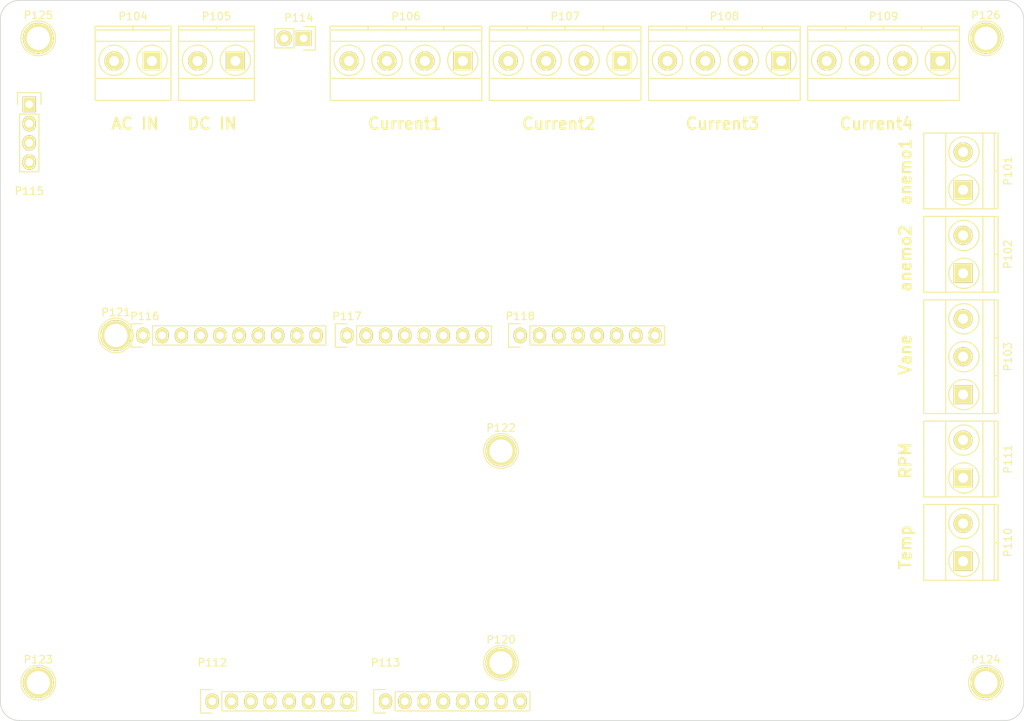
<source format=kicad_pcb>
(kicad_pcb (version 4) (host pcbnew 4.0.2+dfsg1-2~bpo8+1-stable)

  (general
    (links 21)
    (no_connects 21)
    (area 78.322539 41.617459 213.422541 136.717461)
    (thickness 1.6)
    (drawings 19)
    (tracks 0)
    (zones 0)
    (modules 25)
    (nets 27)
  )

  (page A4)
  (title_block
    (title "Windlogger Shield PCB")
    (date 2016-10-16)
    (rev A)
    (company ALEEA)
    (comment 1 "LONGUET Gilles")
    (comment 2 AGPLv3)
  )

  (layers
    (0 F.Cu signal)
    (31 B.Cu signal)
    (32 B.Adhes user)
    (33 F.Adhes user)
    (34 B.Paste user)
    (35 F.Paste user)
    (36 B.SilkS user)
    (37 F.SilkS user)
    (38 B.Mask user)
    (39 F.Mask user)
    (40 Dwgs.User user)
    (41 Cmts.User user)
    (42 Eco1.User user)
    (43 Eco2.User user)
    (44 Edge.Cuts user)
    (45 Margin user)
    (46 B.CrtYd user)
    (47 F.CrtYd user)
    (48 B.Fab user)
    (49 F.Fab user)
  )

  (setup
    (last_trace_width 0.25)
    (trace_clearance 0.2)
    (zone_clearance 0.508)
    (zone_45_only no)
    (trace_min 0.2)
    (segment_width 0.2)
    (edge_width 0.1)
    (via_size 0.6)
    (via_drill 0.4)
    (via_min_size 0.4)
    (via_min_drill 0.3)
    (uvia_size 0.3)
    (uvia_drill 0.1)
    (uvias_allowed no)
    (uvia_min_size 0.2)
    (uvia_min_drill 0.1)
    (pcb_text_width 0.3)
    (pcb_text_size 1.5 1.5)
    (mod_edge_width 0.15)
    (mod_text_size 1 1)
    (mod_text_width 0.15)
    (pad_size 2 1.4)
    (pad_drill 0.6)
    (pad_to_mask_clearance 0)
    (aux_axis_origin 78.37254 136.66746)
    (grid_origin 78.37254 136.66746)
    (visible_elements FFFEF77F)
    (pcbplotparams
      (layerselection 0x00030_80000001)
      (usegerberextensions false)
      (excludeedgelayer true)
      (linewidth 0.100000)
      (plotframeref false)
      (viasonmask false)
      (mode 1)
      (useauxorigin false)
      (hpglpennumber 1)
      (hpglpenspeed 20)
      (hpglpendiameter 15)
      (hpglpenoverlay 2)
      (psnegative false)
      (psa4output false)
      (plotreference true)
      (plotvalue true)
      (plotinvisibletext false)
      (padsonsilk false)
      (subtractmaskfromsilk false)
      (outputformat 1)
      (mirror false)
      (drillshape 1)
      (scaleselection 1)
      (outputdirectory ""))
  )

  (net 0 "")
  (net 1 +5V)
  (net 2 GND)
  (net 3 /F3_Voltage_sensors/UAC_lo)
  (net 4 /F4_Current_sensors/I1_lo)
  (net 5 /F4_Current_sensors/I2_lo)
  (net 6 /F4_Current_sensors/I4_lo)
  (net 7 /F4_Current_sensors/I3_lo)
  (net 8 /F4_Current_sensors/I1_hi)
  (net 9 /F4_Current_sensors/I2_hi)
  (net 10 /F4_Current_sensors/I4_hi)
  (net 11 /F4_Current_sensors/I3_hi)
  (net 12 "/F1 Anemometers/Wind1")
  (net 13 "/F1 Anemometers/Wind2")
  (net 14 "/F5 Temperature/temp_hi")
  (net 15 "/F5 Temperature/temp_lo")
  (net 16 "/F2 windvane/vane_v+")
  (net 17 "/F2 windvane/vane_sig")
  (net 18 "/F2 windvane/vane_v-")
  (net 19 /F3_Voltage_sensors/UAC_hi)
  (net 20 /F3_Voltage_sensors/Ubat)
  (net 21 /RPM)
  (net 22 "/F2 windvane/Udir")
  (net 23 "/F5 Temperature/Utemp")
  (net 24 /F3_Voltage_sensors/UDC)
  (net 25 "/F1 Anemometers/Speed2")
  (net 26 "/F1 Anemometers/Speed1")

  (net_class Default "This is the default net class."
    (clearance 0.2)
    (trace_width 0.25)
    (via_dia 0.6)
    (via_drill 0.4)
    (uvia_dia 0.3)
    (uvia_drill 0.1)
    (add_net +5V)
    (add_net "/F1 Anemometers/Speed1")
    (add_net "/F1 Anemometers/Speed2")
    (add_net "/F1 Anemometers/Wind1")
    (add_net "/F1 Anemometers/Wind2")
    (add_net "/F2 windvane/Udir")
    (add_net "/F2 windvane/vane_sig")
    (add_net "/F2 windvane/vane_v+")
    (add_net "/F2 windvane/vane_v-")
    (add_net /F3_Voltage_sensors/UAC_hi)
    (add_net /F3_Voltage_sensors/UAC_lo)
    (add_net /F3_Voltage_sensors/UDC)
    (add_net /F3_Voltage_sensors/Ubat)
    (add_net /F4_Current_sensors/I1_hi)
    (add_net /F4_Current_sensors/I1_lo)
    (add_net /F4_Current_sensors/I2_hi)
    (add_net /F4_Current_sensors/I2_lo)
    (add_net /F4_Current_sensors/I3_hi)
    (add_net /F4_Current_sensors/I3_lo)
    (add_net /F4_Current_sensors/I4_hi)
    (add_net /F4_Current_sensors/I4_lo)
    (add_net "/F5 Temperature/Utemp")
    (add_net "/F5 Temperature/temp_hi")
    (add_net "/F5 Temperature/temp_lo")
    (add_net /RPM)
    (add_net GND)
  )

  (module Terminal_Blocks:TerminalBlock_Pheonix_MKDS1.5-2pol (layer F.Cu) (tedit 563007E4) (tstamp 5803775C)
    (at 205.37254 66.66746 90)
    (descr "2-way 5mm pitch terminal block, Phoenix MKDS series")
    (path /580078B6)
    (fp_text reference P101 (at 2.5 5.9 90) (layer F.SilkS)
      (effects (font (size 1 1) (thickness 0.15)))
    )
    (fp_text value anemo1 (at 2.5 -6.6 90) (layer F.Fab)
      (effects (font (size 1 1) (thickness 0.15)))
    )
    (fp_line (start -2.7 -5.4) (end 7.7 -5.4) (layer F.CrtYd) (width 0.05))
    (fp_line (start -2.7 4.8) (end -2.7 -5.4) (layer F.CrtYd) (width 0.05))
    (fp_line (start 7.7 4.8) (end -2.7 4.8) (layer F.CrtYd) (width 0.05))
    (fp_line (start 7.7 -5.4) (end 7.7 4.8) (layer F.CrtYd) (width 0.05))
    (fp_line (start 2.5 4.1) (end 2.5 4.6) (layer F.SilkS) (width 0.15))
    (fp_circle (center 5 0.1) (end 3 0.1) (layer F.SilkS) (width 0.15))
    (fp_circle (center 0 0.1) (end 2 0.1) (layer F.SilkS) (width 0.15))
    (fp_line (start -2.5 2.6) (end 7.5 2.6) (layer F.SilkS) (width 0.15))
    (fp_line (start -2.5 -2.3) (end 7.5 -2.3) (layer F.SilkS) (width 0.15))
    (fp_line (start -2.5 4.1) (end 7.5 4.1) (layer F.SilkS) (width 0.15))
    (fp_line (start -2.5 4.6) (end 7.5 4.6) (layer F.SilkS) (width 0.15))
    (fp_line (start 7.5 4.6) (end 7.5 -5.2) (layer F.SilkS) (width 0.15))
    (fp_line (start 7.5 -5.2) (end -2.5 -5.2) (layer F.SilkS) (width 0.15))
    (fp_line (start -2.5 -5.2) (end -2.5 4.6) (layer F.SilkS) (width 0.15))
    (pad 1 thru_hole rect (at 0 0 90) (size 2.5 2.5) (drill 1.3) (layers *.Cu *.Mask F.SilkS)
      (net 2 GND))
    (pad 2 thru_hole circle (at 5 0 90) (size 2.5 2.5) (drill 1.3) (layers *.Cu *.Mask F.SilkS)
      (net 12 "/F1 Anemometers/Wind1"))
    (model Terminal_Blocks.3dshapes/TerminalBlock_Pheonix_MKDS1.5-2pol.wrl
      (at (xyz 0.0984 0 0))
      (scale (xyz 1 1 1))
      (rotate (xyz 0 0 0))
    )
  )

  (module Terminal_Blocks:TerminalBlock_Pheonix_MKDS1.5-2pol (layer F.Cu) (tedit 563007E4) (tstamp 58037762)
    (at 205.37254 77.66746 90)
    (descr "2-way 5mm pitch terminal block, Phoenix MKDS series")
    (path /58007F6A)
    (fp_text reference P102 (at 2.5 5.9 90) (layer F.SilkS)
      (effects (font (size 1 1) (thickness 0.15)))
    )
    (fp_text value anemo2 (at 2.5 -6.6 90) (layer F.Fab)
      (effects (font (size 1 1) (thickness 0.15)))
    )
    (fp_line (start -2.7 -5.4) (end 7.7 -5.4) (layer F.CrtYd) (width 0.05))
    (fp_line (start -2.7 4.8) (end -2.7 -5.4) (layer F.CrtYd) (width 0.05))
    (fp_line (start 7.7 4.8) (end -2.7 4.8) (layer F.CrtYd) (width 0.05))
    (fp_line (start 7.7 -5.4) (end 7.7 4.8) (layer F.CrtYd) (width 0.05))
    (fp_line (start 2.5 4.1) (end 2.5 4.6) (layer F.SilkS) (width 0.15))
    (fp_circle (center 5 0.1) (end 3 0.1) (layer F.SilkS) (width 0.15))
    (fp_circle (center 0 0.1) (end 2 0.1) (layer F.SilkS) (width 0.15))
    (fp_line (start -2.5 2.6) (end 7.5 2.6) (layer F.SilkS) (width 0.15))
    (fp_line (start -2.5 -2.3) (end 7.5 -2.3) (layer F.SilkS) (width 0.15))
    (fp_line (start -2.5 4.1) (end 7.5 4.1) (layer F.SilkS) (width 0.15))
    (fp_line (start -2.5 4.6) (end 7.5 4.6) (layer F.SilkS) (width 0.15))
    (fp_line (start 7.5 4.6) (end 7.5 -5.2) (layer F.SilkS) (width 0.15))
    (fp_line (start 7.5 -5.2) (end -2.5 -5.2) (layer F.SilkS) (width 0.15))
    (fp_line (start -2.5 -5.2) (end -2.5 4.6) (layer F.SilkS) (width 0.15))
    (pad 1 thru_hole rect (at 0 0 90) (size 2.5 2.5) (drill 1.3) (layers *.Cu *.Mask F.SilkS)
      (net 2 GND))
    (pad 2 thru_hole circle (at 5 0 90) (size 2.5 2.5) (drill 1.3) (layers *.Cu *.Mask F.SilkS)
      (net 13 "/F1 Anemometers/Wind2"))
    (model Terminal_Blocks.3dshapes/TerminalBlock_Pheonix_MKDS1.5-2pol.wrl
      (at (xyz 0.0984 0 0))
      (scale (xyz 1 1 1))
      (rotate (xyz 0 0 0))
    )
  )

  (module Terminal_Blocks:TerminalBlock_Pheonix_MKDS1.5-3pol (layer F.Cu) (tedit 5630081E) (tstamp 58037769)
    (at 205.37254 93.66746 90)
    (descr "3-way 5mm pitch terminal block, Phoenix MKDS series")
    (path /5800924D)
    (fp_text reference P103 (at 5 5.9 90) (layer F.SilkS)
      (effects (font (size 1 1) (thickness 0.15)))
    )
    (fp_text value vane (at 5 -6.6 90) (layer F.Fab)
      (effects (font (size 1 1) (thickness 0.15)))
    )
    (fp_line (start -2.7 4.8) (end -2.7 -5.4) (layer F.CrtYd) (width 0.05))
    (fp_line (start 12.7 4.8) (end -2.7 4.8) (layer F.CrtYd) (width 0.05))
    (fp_line (start 12.7 -5.4) (end 12.7 4.8) (layer F.CrtYd) (width 0.05))
    (fp_line (start -2.7 -5.4) (end 12.7 -5.4) (layer F.CrtYd) (width 0.05))
    (fp_circle (center 10 0.1) (end 8 0.1) (layer F.SilkS) (width 0.15))
    (fp_line (start 7.5 4.1) (end 7.5 4.6) (layer F.SilkS) (width 0.15))
    (fp_line (start 2.5 4.1) (end 2.5 4.6) (layer F.SilkS) (width 0.15))
    (fp_circle (center 5 0.1) (end 3 0.1) (layer F.SilkS) (width 0.15))
    (fp_circle (center 0 0.1) (end 2 0.1) (layer F.SilkS) (width 0.15))
    (fp_line (start -2.5 2.6) (end 12.5 2.6) (layer F.SilkS) (width 0.15))
    (fp_line (start -2.5 -2.3) (end 12.5 -2.3) (layer F.SilkS) (width 0.15))
    (fp_line (start -2.5 4.1) (end 12.5 4.1) (layer F.SilkS) (width 0.15))
    (fp_line (start -2.5 4.6) (end 12.5 4.6) (layer F.SilkS) (width 0.15))
    (fp_line (start 12.5 4.6) (end 12.5 -5.2) (layer F.SilkS) (width 0.15))
    (fp_line (start 12.5 -5.2) (end -2.5 -5.2) (layer F.SilkS) (width 0.15))
    (fp_line (start -2.5 -5.2) (end -2.5 4.6) (layer F.SilkS) (width 0.15))
    (pad 3 thru_hole circle (at 10 0 90) (size 2.5 2.5) (drill 1.3) (layers *.Cu *.Mask F.SilkS)
      (net 16 "/F2 windvane/vane_v+"))
    (pad 1 thru_hole rect (at 0 0 90) (size 2.5 2.5) (drill 1.3) (layers *.Cu *.Mask F.SilkS)
      (net 17 "/F2 windvane/vane_sig"))
    (pad 2 thru_hole circle (at 5 0 90) (size 2.5 2.5) (drill 1.3) (layers *.Cu *.Mask F.SilkS)
      (net 18 "/F2 windvane/vane_v-"))
    (model Terminal_Blocks.3dshapes/TerminalBlock_Pheonix_MKDS1.5-3pol.wrl
      (at (xyz 0.1968 0 0))
      (scale (xyz 1 1 1))
      (rotate (xyz 0 0 0))
    )
  )

  (module Terminal_Blocks:TerminalBlock_Pheonix_MKDS1.5-2pol (layer F.Cu) (tedit 563007E4) (tstamp 5803776F)
    (at 98.37254 49.66746 180)
    (descr "2-way 5mm pitch terminal block, Phoenix MKDS series")
    (path /5800A29C)
    (fp_text reference P104 (at 2.5 5.9 180) (layer F.SilkS)
      (effects (font (size 1 1) (thickness 0.15)))
    )
    (fp_text value AC_in (at 2.5 -6.6 180) (layer F.Fab)
      (effects (font (size 1 1) (thickness 0.15)))
    )
    (fp_line (start -2.7 -5.4) (end 7.7 -5.4) (layer F.CrtYd) (width 0.05))
    (fp_line (start -2.7 4.8) (end -2.7 -5.4) (layer F.CrtYd) (width 0.05))
    (fp_line (start 7.7 4.8) (end -2.7 4.8) (layer F.CrtYd) (width 0.05))
    (fp_line (start 7.7 -5.4) (end 7.7 4.8) (layer F.CrtYd) (width 0.05))
    (fp_line (start 2.5 4.1) (end 2.5 4.6) (layer F.SilkS) (width 0.15))
    (fp_circle (center 5 0.1) (end 3 0.1) (layer F.SilkS) (width 0.15))
    (fp_circle (center 0 0.1) (end 2 0.1) (layer F.SilkS) (width 0.15))
    (fp_line (start -2.5 2.6) (end 7.5 2.6) (layer F.SilkS) (width 0.15))
    (fp_line (start -2.5 -2.3) (end 7.5 -2.3) (layer F.SilkS) (width 0.15))
    (fp_line (start -2.5 4.1) (end 7.5 4.1) (layer F.SilkS) (width 0.15))
    (fp_line (start -2.5 4.6) (end 7.5 4.6) (layer F.SilkS) (width 0.15))
    (fp_line (start 7.5 4.6) (end 7.5 -5.2) (layer F.SilkS) (width 0.15))
    (fp_line (start 7.5 -5.2) (end -2.5 -5.2) (layer F.SilkS) (width 0.15))
    (fp_line (start -2.5 -5.2) (end -2.5 4.6) (layer F.SilkS) (width 0.15))
    (pad 1 thru_hole rect (at 0 0 180) (size 2.5 2.5) (drill 1.3) (layers *.Cu *.Mask F.SilkS)
      (net 3 /F3_Voltage_sensors/UAC_lo))
    (pad 2 thru_hole circle (at 5 0 180) (size 2.5 2.5) (drill 1.3) (layers *.Cu *.Mask F.SilkS)
      (net 19 /F3_Voltage_sensors/UAC_hi))
    (model Terminal_Blocks.3dshapes/TerminalBlock_Pheonix_MKDS1.5-2pol.wrl
      (at (xyz 0.0984 0 0))
      (scale (xyz 1 1 1))
      (rotate (xyz 0 0 0))
    )
  )

  (module Terminal_Blocks:TerminalBlock_Pheonix_MKDS1.5-2pol (layer F.Cu) (tedit 563007E4) (tstamp 58037775)
    (at 109.37254 49.66746 180)
    (descr "2-way 5mm pitch terminal block, Phoenix MKDS series")
    (path /5800A389)
    (fp_text reference P105 (at 2.5 5.9 180) (layer F.SilkS)
      (effects (font (size 1 1) (thickness 0.15)))
    )
    (fp_text value DC_in (at 2.5 -6.6 180) (layer F.Fab)
      (effects (font (size 1 1) (thickness 0.15)))
    )
    (fp_line (start -2.7 -5.4) (end 7.7 -5.4) (layer F.CrtYd) (width 0.05))
    (fp_line (start -2.7 4.8) (end -2.7 -5.4) (layer F.CrtYd) (width 0.05))
    (fp_line (start 7.7 4.8) (end -2.7 4.8) (layer F.CrtYd) (width 0.05))
    (fp_line (start 7.7 -5.4) (end 7.7 4.8) (layer F.CrtYd) (width 0.05))
    (fp_line (start 2.5 4.1) (end 2.5 4.6) (layer F.SilkS) (width 0.15))
    (fp_circle (center 5 0.1) (end 3 0.1) (layer F.SilkS) (width 0.15))
    (fp_circle (center 0 0.1) (end 2 0.1) (layer F.SilkS) (width 0.15))
    (fp_line (start -2.5 2.6) (end 7.5 2.6) (layer F.SilkS) (width 0.15))
    (fp_line (start -2.5 -2.3) (end 7.5 -2.3) (layer F.SilkS) (width 0.15))
    (fp_line (start -2.5 4.1) (end 7.5 4.1) (layer F.SilkS) (width 0.15))
    (fp_line (start -2.5 4.6) (end 7.5 4.6) (layer F.SilkS) (width 0.15))
    (fp_line (start 7.5 4.6) (end 7.5 -5.2) (layer F.SilkS) (width 0.15))
    (fp_line (start 7.5 -5.2) (end -2.5 -5.2) (layer F.SilkS) (width 0.15))
    (fp_line (start -2.5 -5.2) (end -2.5 4.6) (layer F.SilkS) (width 0.15))
    (pad 1 thru_hole rect (at 0 0 180) (size 2.5 2.5) (drill 1.3) (layers *.Cu *.Mask F.SilkS)
      (net 2 GND))
    (pad 2 thru_hole circle (at 5 0 180) (size 2.5 2.5) (drill 1.3) (layers *.Cu *.Mask F.SilkS)
      (net 20 /F3_Voltage_sensors/Ubat))
    (model Terminal_Blocks.3dshapes/TerminalBlock_Pheonix_MKDS1.5-2pol.wrl
      (at (xyz 0.0984 0 0))
      (scale (xyz 1 1 1))
      (rotate (xyz 0 0 0))
    )
  )

  (module Terminal_Blocks:TerminalBlock_Pheonix_MKDS1.5-4pol (layer F.Cu) (tedit 56300847) (tstamp 5803777D)
    (at 139.37254 49.66746 180)
    (descr "4-way 5mm pitch terminal block, Phoenix MKDS series")
    (path /57E7A6F1)
    (fp_text reference P106 (at 7.5 5.9 180) (layer F.SilkS)
      (effects (font (size 1 1) (thickness 0.15)))
    )
    (fp_text value current1 (at 7.5 -6.6 180) (layer F.Fab)
      (effects (font (size 1 1) (thickness 0.15)))
    )
    (fp_line (start -2.7 -5.4) (end 17.7 -5.4) (layer F.CrtYd) (width 0.05))
    (fp_line (start -2.7 4.8) (end -2.7 -5.4) (layer F.CrtYd) (width 0.05))
    (fp_line (start 17.7 4.8) (end -2.7 4.8) (layer F.CrtYd) (width 0.05))
    (fp_line (start 17.7 -5.4) (end 17.7 4.8) (layer F.CrtYd) (width 0.05))
    (fp_line (start 12.5 4.1) (end 12.5 4.6) (layer F.SilkS) (width 0.15))
    (fp_circle (center 15 0.1) (end 13 0.1) (layer F.SilkS) (width 0.15))
    (fp_circle (center 10 0.1) (end 8 0.1) (layer F.SilkS) (width 0.15))
    (fp_line (start 7.5 4.1) (end 7.5 4.6) (layer F.SilkS) (width 0.15))
    (fp_line (start 2.5 4.1) (end 2.5 4.6) (layer F.SilkS) (width 0.15))
    (fp_circle (center 5 0.1) (end 3 0.1) (layer F.SilkS) (width 0.15))
    (fp_circle (center 0 0.1) (end 2 0.1) (layer F.SilkS) (width 0.15))
    (fp_line (start -2.5 2.6) (end 17.5 2.6) (layer F.SilkS) (width 0.15))
    (fp_line (start -2.5 -2.3) (end 17.5 -2.3) (layer F.SilkS) (width 0.15))
    (fp_line (start -2.5 4.1) (end 17.5 4.1) (layer F.SilkS) (width 0.15))
    (fp_line (start -2.5 4.6) (end 17.5 4.6) (layer F.SilkS) (width 0.15))
    (fp_line (start 17.5 4.6) (end 17.5 -5.2) (layer F.SilkS) (width 0.15))
    (fp_line (start 17.5 -5.2) (end -2.5 -5.2) (layer F.SilkS) (width 0.15))
    (fp_line (start -2.5 -5.2) (end -2.5 4.6) (layer F.SilkS) (width 0.15))
    (pad 4 thru_hole circle (at 15 0 180) (size 2.5 2.5) (drill 1.3) (layers *.Cu *.Mask F.SilkS)
      (net 1 +5V))
    (pad 3 thru_hole circle (at 10 0 180) (size 2.5 2.5) (drill 1.3) (layers *.Cu *.Mask F.SilkS)
      (net 2 GND))
    (pad 1 thru_hole rect (at 0 0 180) (size 2.5 2.5) (drill 1.3) (layers *.Cu *.Mask F.SilkS)
      (net 4 /F4_Current_sensors/I1_lo))
    (pad 2 thru_hole circle (at 5 0 180) (size 2.5 2.5) (drill 1.3) (layers *.Cu *.Mask F.SilkS)
      (net 8 /F4_Current_sensors/I1_hi))
    (model Terminal_Blocks.3dshapes/TerminalBlock_Pheonix_MKDS1.5-4pol.wrl
      (at (xyz 0.2953 0 0))
      (scale (xyz 1 1 1))
      (rotate (xyz 0 0 0))
    )
  )

  (module Terminal_Blocks:TerminalBlock_Pheonix_MKDS1.5-4pol (layer F.Cu) (tedit 56300847) (tstamp 58037785)
    (at 160.37254 49.66746 180)
    (descr "4-way 5mm pitch terminal block, Phoenix MKDS series")
    (path /57E7A807)
    (fp_text reference P107 (at 7.5 5.9 180) (layer F.SilkS)
      (effects (font (size 1 1) (thickness 0.15)))
    )
    (fp_text value current2 (at 7.5 -6.6 180) (layer F.Fab)
      (effects (font (size 1 1) (thickness 0.15)))
    )
    (fp_line (start -2.7 -5.4) (end 17.7 -5.4) (layer F.CrtYd) (width 0.05))
    (fp_line (start -2.7 4.8) (end -2.7 -5.4) (layer F.CrtYd) (width 0.05))
    (fp_line (start 17.7 4.8) (end -2.7 4.8) (layer F.CrtYd) (width 0.05))
    (fp_line (start 17.7 -5.4) (end 17.7 4.8) (layer F.CrtYd) (width 0.05))
    (fp_line (start 12.5 4.1) (end 12.5 4.6) (layer F.SilkS) (width 0.15))
    (fp_circle (center 15 0.1) (end 13 0.1) (layer F.SilkS) (width 0.15))
    (fp_circle (center 10 0.1) (end 8 0.1) (layer F.SilkS) (width 0.15))
    (fp_line (start 7.5 4.1) (end 7.5 4.6) (layer F.SilkS) (width 0.15))
    (fp_line (start 2.5 4.1) (end 2.5 4.6) (layer F.SilkS) (width 0.15))
    (fp_circle (center 5 0.1) (end 3 0.1) (layer F.SilkS) (width 0.15))
    (fp_circle (center 0 0.1) (end 2 0.1) (layer F.SilkS) (width 0.15))
    (fp_line (start -2.5 2.6) (end 17.5 2.6) (layer F.SilkS) (width 0.15))
    (fp_line (start -2.5 -2.3) (end 17.5 -2.3) (layer F.SilkS) (width 0.15))
    (fp_line (start -2.5 4.1) (end 17.5 4.1) (layer F.SilkS) (width 0.15))
    (fp_line (start -2.5 4.6) (end 17.5 4.6) (layer F.SilkS) (width 0.15))
    (fp_line (start 17.5 4.6) (end 17.5 -5.2) (layer F.SilkS) (width 0.15))
    (fp_line (start 17.5 -5.2) (end -2.5 -5.2) (layer F.SilkS) (width 0.15))
    (fp_line (start -2.5 -5.2) (end -2.5 4.6) (layer F.SilkS) (width 0.15))
    (pad 4 thru_hole circle (at 15 0 180) (size 2.5 2.5) (drill 1.3) (layers *.Cu *.Mask F.SilkS)
      (net 1 +5V))
    (pad 3 thru_hole circle (at 10 0 180) (size 2.5 2.5) (drill 1.3) (layers *.Cu *.Mask F.SilkS)
      (net 2 GND))
    (pad 1 thru_hole rect (at 0 0 180) (size 2.5 2.5) (drill 1.3) (layers *.Cu *.Mask F.SilkS)
      (net 5 /F4_Current_sensors/I2_lo))
    (pad 2 thru_hole circle (at 5 0 180) (size 2.5 2.5) (drill 1.3) (layers *.Cu *.Mask F.SilkS)
      (net 9 /F4_Current_sensors/I2_hi))
    (model Terminal_Blocks.3dshapes/TerminalBlock_Pheonix_MKDS1.5-4pol.wrl
      (at (xyz 0.2953 0 0))
      (scale (xyz 1 1 1))
      (rotate (xyz 0 0 0))
    )
  )

  (module Terminal_Blocks:TerminalBlock_Pheonix_MKDS1.5-4pol (layer F.Cu) (tedit 56300847) (tstamp 5803778D)
    (at 181.37254 49.66746 180)
    (descr "4-way 5mm pitch terminal block, Phoenix MKDS series")
    (path /57E7A941)
    (fp_text reference P108 (at 7.5 5.9 180) (layer F.SilkS)
      (effects (font (size 1 1) (thickness 0.15)))
    )
    (fp_text value current3 (at 7.5 -6.6 180) (layer F.Fab)
      (effects (font (size 1 1) (thickness 0.15)))
    )
    (fp_line (start -2.7 -5.4) (end 17.7 -5.4) (layer F.CrtYd) (width 0.05))
    (fp_line (start -2.7 4.8) (end -2.7 -5.4) (layer F.CrtYd) (width 0.05))
    (fp_line (start 17.7 4.8) (end -2.7 4.8) (layer F.CrtYd) (width 0.05))
    (fp_line (start 17.7 -5.4) (end 17.7 4.8) (layer F.CrtYd) (width 0.05))
    (fp_line (start 12.5 4.1) (end 12.5 4.6) (layer F.SilkS) (width 0.15))
    (fp_circle (center 15 0.1) (end 13 0.1) (layer F.SilkS) (width 0.15))
    (fp_circle (center 10 0.1) (end 8 0.1) (layer F.SilkS) (width 0.15))
    (fp_line (start 7.5 4.1) (end 7.5 4.6) (layer F.SilkS) (width 0.15))
    (fp_line (start 2.5 4.1) (end 2.5 4.6) (layer F.SilkS) (width 0.15))
    (fp_circle (center 5 0.1) (end 3 0.1) (layer F.SilkS) (width 0.15))
    (fp_circle (center 0 0.1) (end 2 0.1) (layer F.SilkS) (width 0.15))
    (fp_line (start -2.5 2.6) (end 17.5 2.6) (layer F.SilkS) (width 0.15))
    (fp_line (start -2.5 -2.3) (end 17.5 -2.3) (layer F.SilkS) (width 0.15))
    (fp_line (start -2.5 4.1) (end 17.5 4.1) (layer F.SilkS) (width 0.15))
    (fp_line (start -2.5 4.6) (end 17.5 4.6) (layer F.SilkS) (width 0.15))
    (fp_line (start 17.5 4.6) (end 17.5 -5.2) (layer F.SilkS) (width 0.15))
    (fp_line (start 17.5 -5.2) (end -2.5 -5.2) (layer F.SilkS) (width 0.15))
    (fp_line (start -2.5 -5.2) (end -2.5 4.6) (layer F.SilkS) (width 0.15))
    (pad 4 thru_hole circle (at 15 0 180) (size 2.5 2.5) (drill 1.3) (layers *.Cu *.Mask F.SilkS)
      (net 1 +5V))
    (pad 3 thru_hole circle (at 10 0 180) (size 2.5 2.5) (drill 1.3) (layers *.Cu *.Mask F.SilkS)
      (net 2 GND))
    (pad 1 thru_hole rect (at 0 0 180) (size 2.5 2.5) (drill 1.3) (layers *.Cu *.Mask F.SilkS)
      (net 7 /F4_Current_sensors/I3_lo))
    (pad 2 thru_hole circle (at 5 0 180) (size 2.5 2.5) (drill 1.3) (layers *.Cu *.Mask F.SilkS)
      (net 11 /F4_Current_sensors/I3_hi))
    (model Terminal_Blocks.3dshapes/TerminalBlock_Pheonix_MKDS1.5-4pol.wrl
      (at (xyz 0.2953 0 0))
      (scale (xyz 1 1 1))
      (rotate (xyz 0 0 0))
    )
  )

  (module Terminal_Blocks:TerminalBlock_Pheonix_MKDS1.5-4pol (layer F.Cu) (tedit 56300847) (tstamp 58037795)
    (at 202.37254 49.66746 180)
    (descr "4-way 5mm pitch terminal block, Phoenix MKDS series")
    (path /57E7AA46)
    (fp_text reference P109 (at 7.5 5.9 180) (layer F.SilkS)
      (effects (font (size 1 1) (thickness 0.15)))
    )
    (fp_text value current4 (at 7.5 -6.6 180) (layer F.Fab)
      (effects (font (size 1 1) (thickness 0.15)))
    )
    (fp_line (start -2.7 -5.4) (end 17.7 -5.4) (layer F.CrtYd) (width 0.05))
    (fp_line (start -2.7 4.8) (end -2.7 -5.4) (layer F.CrtYd) (width 0.05))
    (fp_line (start 17.7 4.8) (end -2.7 4.8) (layer F.CrtYd) (width 0.05))
    (fp_line (start 17.7 -5.4) (end 17.7 4.8) (layer F.CrtYd) (width 0.05))
    (fp_line (start 12.5 4.1) (end 12.5 4.6) (layer F.SilkS) (width 0.15))
    (fp_circle (center 15 0.1) (end 13 0.1) (layer F.SilkS) (width 0.15))
    (fp_circle (center 10 0.1) (end 8 0.1) (layer F.SilkS) (width 0.15))
    (fp_line (start 7.5 4.1) (end 7.5 4.6) (layer F.SilkS) (width 0.15))
    (fp_line (start 2.5 4.1) (end 2.5 4.6) (layer F.SilkS) (width 0.15))
    (fp_circle (center 5 0.1) (end 3 0.1) (layer F.SilkS) (width 0.15))
    (fp_circle (center 0 0.1) (end 2 0.1) (layer F.SilkS) (width 0.15))
    (fp_line (start -2.5 2.6) (end 17.5 2.6) (layer F.SilkS) (width 0.15))
    (fp_line (start -2.5 -2.3) (end 17.5 -2.3) (layer F.SilkS) (width 0.15))
    (fp_line (start -2.5 4.1) (end 17.5 4.1) (layer F.SilkS) (width 0.15))
    (fp_line (start -2.5 4.6) (end 17.5 4.6) (layer F.SilkS) (width 0.15))
    (fp_line (start 17.5 4.6) (end 17.5 -5.2) (layer F.SilkS) (width 0.15))
    (fp_line (start 17.5 -5.2) (end -2.5 -5.2) (layer F.SilkS) (width 0.15))
    (fp_line (start -2.5 -5.2) (end -2.5 4.6) (layer F.SilkS) (width 0.15))
    (pad 4 thru_hole circle (at 15 0 180) (size 2.5 2.5) (drill 1.3) (layers *.Cu *.Mask F.SilkS)
      (net 1 +5V))
    (pad 3 thru_hole circle (at 10 0 180) (size 2.5 2.5) (drill 1.3) (layers *.Cu *.Mask F.SilkS)
      (net 2 GND))
    (pad 1 thru_hole rect (at 0 0 180) (size 2.5 2.5) (drill 1.3) (layers *.Cu *.Mask F.SilkS)
      (net 6 /F4_Current_sensors/I4_lo))
    (pad 2 thru_hole circle (at 5 0 180) (size 2.5 2.5) (drill 1.3) (layers *.Cu *.Mask F.SilkS)
      (net 10 /F4_Current_sensors/I4_hi))
    (model Terminal_Blocks.3dshapes/TerminalBlock_Pheonix_MKDS1.5-4pol.wrl
      (at (xyz 0.2953 0 0))
      (scale (xyz 1 1 1))
      (rotate (xyz 0 0 0))
    )
  )

  (module Terminal_Blocks:TerminalBlock_Pheonix_MKDS1.5-2pol (layer F.Cu) (tedit 563007E4) (tstamp 5803779B)
    (at 205.37254 115.66746 90)
    (descr "2-way 5mm pitch terminal block, Phoenix MKDS series")
    (path /580177E1)
    (fp_text reference P110 (at 2.5 5.9 90) (layer F.SilkS)
      (effects (font (size 1 1) (thickness 0.15)))
    )
    (fp_text value temp (at 2.5 -6.6 90) (layer F.Fab)
      (effects (font (size 1 1) (thickness 0.15)))
    )
    (fp_line (start -2.7 -5.4) (end 7.7 -5.4) (layer F.CrtYd) (width 0.05))
    (fp_line (start -2.7 4.8) (end -2.7 -5.4) (layer F.CrtYd) (width 0.05))
    (fp_line (start 7.7 4.8) (end -2.7 4.8) (layer F.CrtYd) (width 0.05))
    (fp_line (start 7.7 -5.4) (end 7.7 4.8) (layer F.CrtYd) (width 0.05))
    (fp_line (start 2.5 4.1) (end 2.5 4.6) (layer F.SilkS) (width 0.15))
    (fp_circle (center 5 0.1) (end 3 0.1) (layer F.SilkS) (width 0.15))
    (fp_circle (center 0 0.1) (end 2 0.1) (layer F.SilkS) (width 0.15))
    (fp_line (start -2.5 2.6) (end 7.5 2.6) (layer F.SilkS) (width 0.15))
    (fp_line (start -2.5 -2.3) (end 7.5 -2.3) (layer F.SilkS) (width 0.15))
    (fp_line (start -2.5 4.1) (end 7.5 4.1) (layer F.SilkS) (width 0.15))
    (fp_line (start -2.5 4.6) (end 7.5 4.6) (layer F.SilkS) (width 0.15))
    (fp_line (start 7.5 4.6) (end 7.5 -5.2) (layer F.SilkS) (width 0.15))
    (fp_line (start 7.5 -5.2) (end -2.5 -5.2) (layer F.SilkS) (width 0.15))
    (fp_line (start -2.5 -5.2) (end -2.5 4.6) (layer F.SilkS) (width 0.15))
    (pad 1 thru_hole rect (at 0 0 90) (size 2.5 2.5) (drill 1.3) (layers *.Cu *.Mask F.SilkS)
      (net 15 "/F5 Temperature/temp_lo"))
    (pad 2 thru_hole circle (at 5 0 90) (size 2.5 2.5) (drill 1.3) (layers *.Cu *.Mask F.SilkS)
      (net 14 "/F5 Temperature/temp_hi"))
    (model Terminal_Blocks.3dshapes/TerminalBlock_Pheonix_MKDS1.5-2pol.wrl
      (at (xyz 0.0984 0 0))
      (scale (xyz 1 1 1))
      (rotate (xyz 0 0 0))
    )
  )

  (module Terminal_Blocks:TerminalBlock_Pheonix_MKDS1.5-2pol (layer F.Cu) (tedit 563007E4) (tstamp 580377A1)
    (at 205.37254 104.66746 90)
    (descr "2-way 5mm pitch terminal block, Phoenix MKDS series")
    (path /58022AE3)
    (fp_text reference P111 (at 2.5 5.9 90) (layer F.SilkS)
      (effects (font (size 1 1) (thickness 0.15)))
    )
    (fp_text value RPM (at 2.5 -6.6 90) (layer F.Fab)
      (effects (font (size 1 1) (thickness 0.15)))
    )
    (fp_line (start -2.7 -5.4) (end 7.7 -5.4) (layer F.CrtYd) (width 0.05))
    (fp_line (start -2.7 4.8) (end -2.7 -5.4) (layer F.CrtYd) (width 0.05))
    (fp_line (start 7.7 4.8) (end -2.7 4.8) (layer F.CrtYd) (width 0.05))
    (fp_line (start 7.7 -5.4) (end 7.7 4.8) (layer F.CrtYd) (width 0.05))
    (fp_line (start 2.5 4.1) (end 2.5 4.6) (layer F.SilkS) (width 0.15))
    (fp_circle (center 5 0.1) (end 3 0.1) (layer F.SilkS) (width 0.15))
    (fp_circle (center 0 0.1) (end 2 0.1) (layer F.SilkS) (width 0.15))
    (fp_line (start -2.5 2.6) (end 7.5 2.6) (layer F.SilkS) (width 0.15))
    (fp_line (start -2.5 -2.3) (end 7.5 -2.3) (layer F.SilkS) (width 0.15))
    (fp_line (start -2.5 4.1) (end 7.5 4.1) (layer F.SilkS) (width 0.15))
    (fp_line (start -2.5 4.6) (end 7.5 4.6) (layer F.SilkS) (width 0.15))
    (fp_line (start 7.5 4.6) (end 7.5 -5.2) (layer F.SilkS) (width 0.15))
    (fp_line (start 7.5 -5.2) (end -2.5 -5.2) (layer F.SilkS) (width 0.15))
    (fp_line (start -2.5 -5.2) (end -2.5 4.6) (layer F.SilkS) (width 0.15))
    (pad 1 thru_hole rect (at 0 0 90) (size 2.5 2.5) (drill 1.3) (layers *.Cu *.Mask F.SilkS)
      (net 2 GND))
    (pad 2 thru_hole circle (at 5 0 90) (size 2.5 2.5) (drill 1.3) (layers *.Cu *.Mask F.SilkS)
      (net 21 /RPM))
    (model Terminal_Blocks.3dshapes/TerminalBlock_Pheonix_MKDS1.5-2pol.wrl
      (at (xyz 0.0984 0 0))
      (scale (xyz 1 1 1))
      (rotate (xyz 0 0 0))
    )
  )

  (module Socket_Strips:Socket_Strip_Straight_1x02 (layer F.Cu) (tedit 580B90A1) (tstamp 580377BF)
    (at 118.37254 46.66746 180)
    (descr "Through hole socket strip")
    (tags "socket strip")
    (path /5803F54B)
    (fp_text reference P114 (at 0.63 2.71 180) (layer F.SilkS)
      (effects (font (size 1 1) (thickness 0.15)))
    )
    (fp_text value 5VDC (at 0 -3.1 180) (layer F.Fab)
      (effects (font (size 1 1) (thickness 0.15)))
    )
    (fp_line (start -1.55 1.55) (end 0 1.55) (layer F.SilkS) (width 0.15))
    (fp_line (start 3.81 1.27) (end 1.27 1.27) (layer F.SilkS) (width 0.15))
    (fp_line (start -1.75 -1.75) (end -1.75 1.75) (layer F.CrtYd) (width 0.05))
    (fp_line (start 4.3 -1.75) (end 4.3 1.75) (layer F.CrtYd) (width 0.05))
    (fp_line (start -1.75 -1.75) (end 4.3 -1.75) (layer F.CrtYd) (width 0.05))
    (fp_line (start -1.75 1.75) (end 4.3 1.75) (layer F.CrtYd) (width 0.05))
    (fp_line (start 1.27 1.27) (end 1.27 -1.27) (layer F.SilkS) (width 0.15))
    (fp_line (start 0 -1.55) (end -1.55 -1.55) (layer F.SilkS) (width 0.15))
    (fp_line (start -1.55 -1.55) (end -1.55 1.55) (layer F.SilkS) (width 0.15))
    (fp_line (start 1.27 -1.27) (end 3.81 -1.27) (layer F.SilkS) (width 0.15))
    (fp_line (start 3.81 -1.27) (end 3.81 1.27) (layer F.SilkS) (width 0.15))
    (pad 1 thru_hole rect (at 0 0 180) (size 2.032 2.032) (drill 1.016) (layers *.Cu *.Mask F.SilkS)
      (net 2 GND))
    (pad 2 thru_hole oval (at 2.54 0 180) (size 2.032 2.032) (drill 1.016) (layers *.Cu *.Mask F.SilkS)
      (net 1 +5V))
    (model Socket_Strips.3dshapes/Socket_Strip_Straight_1x02.wrl
      (at (xyz 0.05 0 0))
      (scale (xyz 1 1 1))
      (rotate (xyz 0 0 180))
    )
  )

  (module Socket_Strips:Socket_Strip_Straight_1x04 (layer F.Cu) (tedit 580B90A7) (tstamp 580377C7)
    (at 82.18254 55.38746 270)
    (descr "Through hole socket strip")
    (tags "socket strip")
    (path /57E80721)
    (fp_text reference P115 (at 11.43 0 360) (layer F.SilkS)
      (effects (font (size 1 1) (thickness 0.15)))
    )
    (fp_text value POWER_SOURCE (at 3 -3 360) (layer F.Fab)
      (effects (font (size 1 1) (thickness 0.15)))
    )
    (fp_line (start -1.75 -1.75) (end -1.75 1.75) (layer F.CrtYd) (width 0.05))
    (fp_line (start 9.4 -1.75) (end 9.4 1.75) (layer F.CrtYd) (width 0.05))
    (fp_line (start -1.75 -1.75) (end 9.4 -1.75) (layer F.CrtYd) (width 0.05))
    (fp_line (start -1.75 1.75) (end 9.4 1.75) (layer F.CrtYd) (width 0.05))
    (fp_line (start 1.27 -1.27) (end 8.89 -1.27) (layer F.SilkS) (width 0.15))
    (fp_line (start 1.27 1.27) (end 8.89 1.27) (layer F.SilkS) (width 0.15))
    (fp_line (start -1.55 1.55) (end 0 1.55) (layer F.SilkS) (width 0.15))
    (fp_line (start 8.89 -1.27) (end 8.89 1.27) (layer F.SilkS) (width 0.15))
    (fp_line (start 1.27 1.27) (end 1.27 -1.27) (layer F.SilkS) (width 0.15))
    (fp_line (start 0 -1.55) (end -1.55 -1.55) (layer F.SilkS) (width 0.15))
    (fp_line (start -1.55 -1.55) (end -1.55 1.55) (layer F.SilkS) (width 0.15))
    (pad 1 thru_hole rect (at 0 0) (size 1.7272 2.032) (drill 1.016) (layers *.Cu *.Mask F.SilkS)
      (net 20 /F3_Voltage_sensors/Ubat))
    (pad 2 thru_hole oval (at 2.54 0) (size 1.7272 2.032) (drill 1.016) (layers *.Cu *.Mask F.SilkS)
      (net 2 GND))
    (pad 3 thru_hole oval (at 5.08 0) (size 1.7272 2.032) (drill 1.016) (layers *.Cu *.Mask F.SilkS)
      (net 19 /F3_Voltage_sensors/UAC_hi))
    (pad 4 thru_hole oval (at 7.62 0) (size 1.7272 2.032) (drill 1.016) (layers *.Cu *.Mask F.SilkS)
      (net 3 /F3_Voltage_sensors/UAC_lo))
    (model Socket_Strips.3dshapes/Socket_Strip_Straight_1x04.wrl
      (at (xyz 0.15 0 0))
      (scale (xyz 1 1 1))
      (rotate (xyz 0 0 180))
    )
  )

  (module Socket_Arduino_Mega:Socket_Strip_Arduino_1x08 (layer F.Cu) (tedit 551AFADB) (tstamp 58038714)
    (at 106.318 134.126)
    (descr "Through hole socket strip")
    (tags "socket strip")
    (path /5803D534)
    (fp_text reference P112 (at 0 -5.1) (layer F.SilkS)
      (effects (font (size 1 1) (thickness 0.15)))
    )
    (fp_text value Power (at 0 -3.1) (layer F.Fab)
      (effects (font (size 1 1) (thickness 0.15)))
    )
    (fp_line (start -1.75 -1.75) (end -1.75 1.75) (layer F.CrtYd) (width 0.05))
    (fp_line (start 19.55 -1.75) (end 19.55 1.75) (layer F.CrtYd) (width 0.05))
    (fp_line (start -1.75 -1.75) (end 19.55 -1.75) (layer F.CrtYd) (width 0.05))
    (fp_line (start -1.75 1.75) (end 19.55 1.75) (layer F.CrtYd) (width 0.05))
    (fp_line (start 1.27 1.27) (end 19.05 1.27) (layer F.SilkS) (width 0.15))
    (fp_line (start 19.05 1.27) (end 19.05 -1.27) (layer F.SilkS) (width 0.15))
    (fp_line (start 19.05 -1.27) (end 1.27 -1.27) (layer F.SilkS) (width 0.15))
    (fp_line (start -1.55 1.55) (end 0 1.55) (layer F.SilkS) (width 0.15))
    (fp_line (start 1.27 1.27) (end 1.27 -1.27) (layer F.SilkS) (width 0.15))
    (fp_line (start 0 -1.55) (end -1.55 -1.55) (layer F.SilkS) (width 0.15))
    (fp_line (start -1.55 -1.55) (end -1.55 1.55) (layer F.SilkS) (width 0.15))
    (pad 1 thru_hole oval (at 0 0) (size 1.7272 2.032) (drill 1.016) (layers *.Cu *.Mask F.SilkS))
    (pad 2 thru_hole oval (at 2.54 0) (size 1.7272 2.032) (drill 1.016) (layers *.Cu *.Mask F.SilkS))
    (pad 3 thru_hole oval (at 5.08 0) (size 1.7272 2.032) (drill 1.016) (layers *.Cu *.Mask F.SilkS))
    (pad 4 thru_hole oval (at 7.62 0) (size 1.7272 2.032) (drill 1.016) (layers *.Cu *.Mask F.SilkS))
    (pad 5 thru_hole oval (at 10.16 0) (size 1.7272 2.032) (drill 1.016) (layers *.Cu *.Mask F.SilkS)
      (net 1 +5V))
    (pad 6 thru_hole oval (at 12.7 0) (size 1.7272 2.032) (drill 1.016) (layers *.Cu *.Mask F.SilkS)
      (net 2 GND))
    (pad 7 thru_hole oval (at 15.24 0) (size 1.7272 2.032) (drill 1.016) (layers *.Cu *.Mask F.SilkS)
      (net 2 GND))
    (pad 8 thru_hole oval (at 17.78 0) (size 1.7272 2.032) (drill 1.016) (layers *.Cu *.Mask F.SilkS))
    (model ${KIPRJMOD}/Socket_Arduino_Mega.3dshapes/Socket_header_Arduino_1x08.wrl
      (at (xyz 0.35 0 0))
      (scale (xyz 1 1 1))
      (rotate (xyz 0 0 180))
    )
  )

  (module Socket_Arduino_Mega:Socket_Strip_Arduino_1x08 (layer F.Cu) (tedit 551AFADB) (tstamp 5803871F)
    (at 129.178 134.126)
    (descr "Through hole socket strip")
    (tags "socket strip")
    (path /57E7EF3A)
    (fp_text reference P113 (at 0 -5.1) (layer F.SilkS)
      (effects (font (size 1 1) (thickness 0.15)))
    )
    (fp_text value Analog (at 0 -3.1) (layer F.Fab)
      (effects (font (size 1 1) (thickness 0.15)))
    )
    (fp_line (start -1.75 -1.75) (end -1.75 1.75) (layer F.CrtYd) (width 0.05))
    (fp_line (start 19.55 -1.75) (end 19.55 1.75) (layer F.CrtYd) (width 0.05))
    (fp_line (start -1.75 -1.75) (end 19.55 -1.75) (layer F.CrtYd) (width 0.05))
    (fp_line (start -1.75 1.75) (end 19.55 1.75) (layer F.CrtYd) (width 0.05))
    (fp_line (start 1.27 1.27) (end 19.05 1.27) (layer F.SilkS) (width 0.15))
    (fp_line (start 19.05 1.27) (end 19.05 -1.27) (layer F.SilkS) (width 0.15))
    (fp_line (start 19.05 -1.27) (end 1.27 -1.27) (layer F.SilkS) (width 0.15))
    (fp_line (start -1.55 1.55) (end 0 1.55) (layer F.SilkS) (width 0.15))
    (fp_line (start 1.27 1.27) (end 1.27 -1.27) (layer F.SilkS) (width 0.15))
    (fp_line (start 0 -1.55) (end -1.55 -1.55) (layer F.SilkS) (width 0.15))
    (fp_line (start -1.55 -1.55) (end -1.55 1.55) (layer F.SilkS) (width 0.15))
    (pad 1 thru_hole oval (at 0 0) (size 1.7272 2.032) (drill 1.016) (layers *.Cu *.Mask F.SilkS)
      (net 22 "/F2 windvane/Udir"))
    (pad 2 thru_hole oval (at 2.54 0) (size 1.7272 2.032) (drill 1.016) (layers *.Cu *.Mask F.SilkS)
      (net 23 "/F5 Temperature/Utemp"))
    (pad 3 thru_hole oval (at 5.08 0) (size 1.7272 2.032) (drill 1.016) (layers *.Cu *.Mask F.SilkS))
    (pad 4 thru_hole oval (at 7.62 0) (size 1.7272 2.032) (drill 1.016) (layers *.Cu *.Mask F.SilkS)
      (net 24 /F3_Voltage_sensors/UDC))
    (pad 5 thru_hole oval (at 10.16 0) (size 1.7272 2.032) (drill 1.016) (layers *.Cu *.Mask F.SilkS))
    (pad 6 thru_hole oval (at 12.7 0) (size 1.7272 2.032) (drill 1.016) (layers *.Cu *.Mask F.SilkS))
    (pad 7 thru_hole oval (at 15.24 0) (size 1.7272 2.032) (drill 1.016) (layers *.Cu *.Mask F.SilkS))
    (pad 8 thru_hole oval (at 17.78 0) (size 1.7272 2.032) (drill 1.016) (layers *.Cu *.Mask F.SilkS))
    (model ${KIPRJMOD}/Socket_Arduino_Mega.3dshapes/Socket_header_Arduino_1x08.wrl
      (at (xyz 0.35 0 0))
      (scale (xyz 1 1 1))
      (rotate (xyz 0 0 180))
    )
  )

  (module Socket_Arduino_Mega:Socket_Strip_Arduino_1x10 (layer F.Cu) (tedit 580396A3) (tstamp 5803872A)
    (at 97.174 85.866)
    (descr "Through hole socket strip")
    (tags "socket strip")
    (path /5803E61D)
    (fp_text reference P116 (at 0.24854 -2.53854) (layer F.SilkS)
      (effects (font (size 1 1) (thickness 0.15)))
    )
    (fp_text value PWM (at 23.10854 -2.53854) (layer F.Fab)
      (effects (font (size 1 1) (thickness 0.15)))
    )
    (fp_line (start -1.75 -1.75) (end -1.75 1.75) (layer F.CrtYd) (width 0.05))
    (fp_line (start 24.65 -1.75) (end 24.65 1.75) (layer F.CrtYd) (width 0.05))
    (fp_line (start -1.75 -1.75) (end 24.65 -1.75) (layer F.CrtYd) (width 0.05))
    (fp_line (start -1.75 1.75) (end 24.65 1.75) (layer F.CrtYd) (width 0.05))
    (fp_line (start 1.27 1.27) (end 24.13 1.27) (layer F.SilkS) (width 0.15))
    (fp_line (start 24.13 1.27) (end 24.13 -1.27) (layer F.SilkS) (width 0.15))
    (fp_line (start 24.13 -1.27) (end 1.27 -1.27) (layer F.SilkS) (width 0.15))
    (fp_line (start -1.55 1.55) (end 0 1.55) (layer F.SilkS) (width 0.15))
    (fp_line (start 1.27 1.27) (end 1.27 -1.27) (layer F.SilkS) (width 0.15))
    (fp_line (start 0 -1.55) (end -1.55 -1.55) (layer F.SilkS) (width 0.15))
    (fp_line (start -1.55 -1.55) (end -1.55 1.55) (layer F.SilkS) (width 0.15))
    (pad 1 thru_hole oval (at 0 0) (size 1.7272 2.032) (drill 1.016) (layers *.Cu *.Mask F.SilkS))
    (pad 2 thru_hole oval (at 2.54 0) (size 1.7272 2.032) (drill 1.016) (layers *.Cu *.Mask F.SilkS))
    (pad 3 thru_hole oval (at 5.08 0) (size 1.7272 2.032) (drill 1.016) (layers *.Cu *.Mask F.SilkS))
    (pad 4 thru_hole oval (at 7.62 0) (size 1.7272 2.032) (drill 1.016) (layers *.Cu *.Mask F.SilkS)
      (net 2 GND))
    (pad 5 thru_hole oval (at 10.16 0) (size 1.7272 2.032) (drill 1.016) (layers *.Cu *.Mask F.SilkS))
    (pad 6 thru_hole oval (at 12.7 0) (size 1.7272 2.032) (drill 1.016) (layers *.Cu *.Mask F.SilkS))
    (pad 7 thru_hole oval (at 15.24 0) (size 1.7272 2.032) (drill 1.016) (layers *.Cu *.Mask F.SilkS))
    (pad 8 thru_hole oval (at 17.78 0) (size 1.7272 2.032) (drill 1.016) (layers *.Cu *.Mask F.SilkS))
    (pad 9 thru_hole oval (at 20.32 0) (size 1.7272 2.032) (drill 1.016) (layers *.Cu *.Mask F.SilkS))
    (pad 10 thru_hole oval (at 22.86 0) (size 1.7272 2.032) (drill 1.016) (layers *.Cu *.Mask F.SilkS))
    (model ${KIPRJMOD}/Socket_Arduino_Mega.3dshapes/Socket_header_Arduino_1x10.wrl
      (at (xyz 0.45 0 0))
      (scale (xyz 1 1 1))
      (rotate (xyz 0 0 180))
    )
  )

  (module Socket_Arduino_Mega:Socket_Strip_Arduino_1x08 (layer F.Cu) (tedit 58039698) (tstamp 58038737)
    (at 124.098 85.866)
    (descr "Through hole socket strip")
    (tags "socket strip")
    (path /5803DC4C)
    (fp_text reference P117 (at -0.00546 -2.53854) (layer F.SilkS)
      (effects (font (size 1 1) (thickness 0.15)))
    )
    (fp_text value PWM (at 17.77454 -2.53854) (layer F.Fab)
      (effects (font (size 1 1) (thickness 0.15)))
    )
    (fp_line (start -1.75 -1.75) (end -1.75 1.75) (layer F.CrtYd) (width 0.05))
    (fp_line (start 19.55 -1.75) (end 19.55 1.75) (layer F.CrtYd) (width 0.05))
    (fp_line (start -1.75 -1.75) (end 19.55 -1.75) (layer F.CrtYd) (width 0.05))
    (fp_line (start -1.75 1.75) (end 19.55 1.75) (layer F.CrtYd) (width 0.05))
    (fp_line (start 1.27 1.27) (end 19.05 1.27) (layer F.SilkS) (width 0.15))
    (fp_line (start 19.05 1.27) (end 19.05 -1.27) (layer F.SilkS) (width 0.15))
    (fp_line (start 19.05 -1.27) (end 1.27 -1.27) (layer F.SilkS) (width 0.15))
    (fp_line (start -1.55 1.55) (end 0 1.55) (layer F.SilkS) (width 0.15))
    (fp_line (start 1.27 1.27) (end 1.27 -1.27) (layer F.SilkS) (width 0.15))
    (fp_line (start 0 -1.55) (end -1.55 -1.55) (layer F.SilkS) (width 0.15))
    (fp_line (start -1.55 -1.55) (end -1.55 1.55) (layer F.SilkS) (width 0.15))
    (pad 1 thru_hole oval (at 0 0) (size 1.7272 2.032) (drill 1.016) (layers *.Cu *.Mask F.SilkS)
      (net 21 /RPM))
    (pad 2 thru_hole oval (at 2.54 0) (size 1.7272 2.032) (drill 1.016) (layers *.Cu *.Mask F.SilkS))
    (pad 3 thru_hole oval (at 5.08 0) (size 1.7272 2.032) (drill 1.016) (layers *.Cu *.Mask F.SilkS))
    (pad 4 thru_hole oval (at 7.62 0) (size 1.7272 2.032) (drill 1.016) (layers *.Cu *.Mask F.SilkS))
    (pad 5 thru_hole oval (at 10.16 0) (size 1.7272 2.032) (drill 1.016) (layers *.Cu *.Mask F.SilkS)
      (net 25 "/F1 Anemometers/Speed2"))
    (pad 6 thru_hole oval (at 12.7 0) (size 1.7272 2.032) (drill 1.016) (layers *.Cu *.Mask F.SilkS)
      (net 26 "/F1 Anemometers/Speed1"))
    (pad 7 thru_hole oval (at 15.24 0) (size 1.7272 2.032) (drill 1.016) (layers *.Cu *.Mask F.SilkS))
    (pad 8 thru_hole oval (at 17.78 0) (size 1.7272 2.032) (drill 1.016) (layers *.Cu *.Mask F.SilkS))
    (model ${KIPRJMOD}/Socket_Arduino_Mega.3dshapes/Socket_header_Arduino_1x08.wrl
      (at (xyz 0.35 0 0))
      (scale (xyz 1 1 1))
      (rotate (xyz 0 0 180))
    )
  )

  (module Socket_Arduino_Mega:Socket_Strip_Arduino_1x08 (layer F.Cu) (tedit 58039691) (tstamp 58038742)
    (at 146.95254 85.86746)
    (descr "Through hole socket strip")
    (tags "socket strip")
    (path /57E71CF7)
    (fp_text reference P118 (at 0 -2.54) (layer F.SilkS)
      (effects (font (size 1 1) (thickness 0.15)))
    )
    (fp_text value Communication (at 13.97 -2.54) (layer F.Fab)
      (effects (font (size 1 1) (thickness 0.15)))
    )
    (fp_line (start -1.75 -1.75) (end -1.75 1.75) (layer F.CrtYd) (width 0.05))
    (fp_line (start 19.55 -1.75) (end 19.55 1.75) (layer F.CrtYd) (width 0.05))
    (fp_line (start -1.75 -1.75) (end 19.55 -1.75) (layer F.CrtYd) (width 0.05))
    (fp_line (start -1.75 1.75) (end 19.55 1.75) (layer F.CrtYd) (width 0.05))
    (fp_line (start 1.27 1.27) (end 19.05 1.27) (layer F.SilkS) (width 0.15))
    (fp_line (start 19.05 1.27) (end 19.05 -1.27) (layer F.SilkS) (width 0.15))
    (fp_line (start 19.05 -1.27) (end 1.27 -1.27) (layer F.SilkS) (width 0.15))
    (fp_line (start -1.55 1.55) (end 0 1.55) (layer F.SilkS) (width 0.15))
    (fp_line (start 1.27 1.27) (end 1.27 -1.27) (layer F.SilkS) (width 0.15))
    (fp_line (start 0 -1.55) (end -1.55 -1.55) (layer F.SilkS) (width 0.15))
    (fp_line (start -1.55 -1.55) (end -1.55 1.55) (layer F.SilkS) (width 0.15))
    (pad 1 thru_hole oval (at 0 0) (size 1.7272 2.032) (drill 1.016) (layers *.Cu *.Mask F.SilkS))
    (pad 2 thru_hole oval (at 2.54 0) (size 1.7272 2.032) (drill 1.016) (layers *.Cu *.Mask F.SilkS))
    (pad 3 thru_hole oval (at 5.08 0) (size 1.7272 2.032) (drill 1.016) (layers *.Cu *.Mask F.SilkS))
    (pad 4 thru_hole oval (at 7.62 0) (size 1.7272 2.032) (drill 1.016) (layers *.Cu *.Mask F.SilkS))
    (pad 5 thru_hole oval (at 10.16 0) (size 1.7272 2.032) (drill 1.016) (layers *.Cu *.Mask F.SilkS))
    (pad 6 thru_hole oval (at 12.7 0) (size 1.7272 2.032) (drill 1.016) (layers *.Cu *.Mask F.SilkS))
    (pad 7 thru_hole oval (at 15.24 0) (size 1.7272 2.032) (drill 1.016) (layers *.Cu *.Mask F.SilkS))
    (pad 8 thru_hole oval (at 17.78 0) (size 1.7272 2.032) (drill 1.016) (layers *.Cu *.Mask F.SilkS))
    (model ${KIPRJMOD}/Socket_Arduino_Mega.3dshapes/Socket_header_Arduino_1x08.wrl
      (at (xyz 0.35 0 0))
      (scale (xyz 1 1 1))
      (rotate (xyz 0 0 180))
    )
  )

  (module Socket_Arduino_Mega:Arduino_1pin (layer F.Cu) (tedit 0) (tstamp 58038751)
    (at 144.41254 129.04746)
    (descr "module 1 pin (ou trou mecanique de percage)")
    (tags DEV)
    (path /5803AC24)
    (fp_text reference P120 (at 0 -3.048) (layer F.SilkS)
      (effects (font (size 1 1) (thickness 0.15)))
    )
    (fp_text value h2 (at 0 2.794) (layer F.Fab)
      (effects (font (size 1 1) (thickness 0.15)))
    )
    (fp_circle (center 0 0) (end 0 -2.286) (layer F.SilkS) (width 0.15))
    (pad 1 thru_hole circle (at 0 0) (size 4.064 4.064) (drill 3.048) (layers *.Cu *.Mask F.SilkS))
  )

  (module Socket_Arduino_Mega:Arduino_1pin (layer F.Cu) (tedit 0) (tstamp 58038755)
    (at 93.61254 85.86746)
    (descr "module 1 pin (ou trou mecanique de percage)")
    (tags DEV)
    (path /5803AD27)
    (fp_text reference P121 (at 0 -3.048) (layer F.SilkS)
      (effects (font (size 1 1) (thickness 0.15)))
    )
    (fp_text value h3 (at 0 2.794) (layer F.Fab)
      (effects (font (size 1 1) (thickness 0.15)))
    )
    (fp_circle (center 0 0) (end 0 -2.286) (layer F.SilkS) (width 0.15))
    (pad 1 thru_hole circle (at 0 0) (size 4.064 4.064) (drill 3.048) (layers *.Cu *.Mask F.SilkS))
  )

  (module Socket_Arduino_Mega:Arduino_1pin (layer F.Cu) (tedit 0) (tstamp 58038759)
    (at 144.41254 101.10746)
    (descr "module 1 pin (ou trou mecanique de percage)")
    (tags DEV)
    (path /5803AE2D)
    (fp_text reference P122 (at 0 -3.048) (layer F.SilkS)
      (effects (font (size 1 1) (thickness 0.15)))
    )
    (fp_text value h4 (at 0 2.794) (layer F.Fab)
      (effects (font (size 1 1) (thickness 0.15)))
    )
    (fp_circle (center 0 0) (end 0 -2.286) (layer F.SilkS) (width 0.15))
    (pad 1 thru_hole circle (at 0 0) (size 4.064 4.064) (drill 3.048) (layers *.Cu *.Mask F.SilkS))
  )

  (module Socket_Arduino_Mega:Arduino_1pin (layer F.Cu) (tedit 0) (tstamp 5803A4C6)
    (at 83.37254 131.66746)
    (descr "module 1 pin (ou trou mecanique de percage)")
    (tags DEV)
    (path /5803B1D2)
    (fp_text reference P123 (at 0 -3.048) (layer F.SilkS)
      (effects (font (size 1 1) (thickness 0.15)))
    )
    (fp_text value h5 (at 0 2.794) (layer F.Fab)
      (effects (font (size 1 1) (thickness 0.15)))
    )
    (fp_circle (center 0 0) (end 0 -2.286) (layer F.SilkS) (width 0.15))
    (pad 1 thru_hole circle (at 0 0) (size 4.064 4.064) (drill 3.048) (layers *.Cu *.Mask F.SilkS))
  )

  (module Socket_Arduino_Mega:Arduino_1pin (layer F.Cu) (tedit 0) (tstamp 5803A4CB)
    (at 208.37254 131.66746)
    (descr "module 1 pin (ou trou mecanique de percage)")
    (tags DEV)
    (path /5803B1D8)
    (fp_text reference P124 (at 0 -3.048) (layer F.SilkS)
      (effects (font (size 1 1) (thickness 0.15)))
    )
    (fp_text value h6 (at 0 2.794) (layer F.Fab)
      (effects (font (size 1 1) (thickness 0.15)))
    )
    (fp_circle (center 0 0) (end 0 -2.286) (layer F.SilkS) (width 0.15))
    (pad 1 thru_hole circle (at 0 0) (size 4.064 4.064) (drill 3.048) (layers *.Cu *.Mask F.SilkS))
  )

  (module Socket_Arduino_Mega:Arduino_1pin (layer F.Cu) (tedit 0) (tstamp 5803A4D0)
    (at 83.37254 46.66746)
    (descr "module 1 pin (ou trou mecanique de percage)")
    (tags DEV)
    (path /5803B1DE)
    (fp_text reference P125 (at 0 -3.048) (layer F.SilkS)
      (effects (font (size 1 1) (thickness 0.15)))
    )
    (fp_text value h7 (at 0 2.794) (layer F.Fab)
      (effects (font (size 1 1) (thickness 0.15)))
    )
    (fp_circle (center 0 0) (end 0 -2.286) (layer F.SilkS) (width 0.15))
    (pad 1 thru_hole circle (at 0 0) (size 4.064 4.064) (drill 3.048) (layers *.Cu *.Mask F.SilkS))
  )

  (module Socket_Arduino_Mega:Arduino_1pin (layer F.Cu) (tedit 0) (tstamp 5803A4D5)
    (at 208.37254 46.66746)
    (descr "module 1 pin (ou trou mecanique de percage)")
    (tags DEV)
    (path /5803B1E4)
    (fp_text reference P126 (at 0 -3.048) (layer F.SilkS)
      (effects (font (size 1 1) (thickness 0.15)))
    )
    (fp_text value h8 (at 0 2.794) (layer F.Fab)
      (effects (font (size 1 1) (thickness 0.15)))
    )
    (fp_circle (center 0 0) (end 0 -2.286) (layer F.SilkS) (width 0.15))
    (pad 1 thru_hole circle (at 0 0) (size 4.064 4.064) (drill 3.048) (layers *.Cu *.Mask F.SilkS))
  )

  (gr_text Temp (at 197.75254 113.80746 90) (layer F.SilkS)
    (effects (font (size 1.5 1.5) (thickness 0.3)))
  )
  (gr_text RPM (at 197.75254 102.37746 90) (layer F.SilkS)
    (effects (font (size 1.5 1.5) (thickness 0.3)))
  )
  (gr_text Vane (at 197.75254 88.40746 90) (layer F.SilkS)
    (effects (font (size 1.5 1.5) (thickness 0.3)))
  )
  (gr_text anemo2 (at 197.75254 75.70746 90) (layer F.SilkS)
    (effects (font (size 1.5 1.5) (thickness 0.3)))
  )
  (gr_text anemo1 (at 197.75254 64.27746 90) (layer F.SilkS)
    (effects (font (size 1.5 1.5) (thickness 0.3)))
  )
  (gr_text Current4 (at 193.94254 57.92746) (layer F.SilkS)
    (effects (font (size 1.5 1.5) (thickness 0.3)))
  )
  (gr_text Current3 (at 173.62254 57.92746) (layer F.SilkS)
    (effects (font (size 1.5 1.5) (thickness 0.3)))
  )
  (gr_text Current2 (at 152.03254 57.92746) (layer F.SilkS)
    (effects (font (size 1.5 1.5) (thickness 0.3)))
  )
  (gr_text Current1 (at 131.71254 57.92746) (layer F.SilkS)
    (effects (font (size 1.5 1.5) (thickness 0.3)))
  )
  (gr_text "DC IN" (at 106.31254 57.92746) (layer F.SilkS)
    (effects (font (size 1.5 1.5) (thickness 0.3)))
  )
  (gr_text "AC IN" (at 96.15254 57.92746) (layer F.SilkS)
    (effects (font (size 1.5 1.5) (thickness 0.3)))
  )
  (gr_line (start 78.37254 44.16746) (end 78.37254 134.16746) (angle 90) (layer Edge.Cuts) (width 0.1))
  (gr_line (start 210.87254 41.66746) (end 80.87254 41.66746) (angle 90) (layer Edge.Cuts) (width 0.1))
  (gr_line (start 213.37254 134.16746) (end 213.37254 44.16746) (angle 90) (layer Edge.Cuts) (width 0.1))
  (gr_line (start 80.87254 136.66746) (end 210.87254 136.66746) (angle 90) (layer Edge.Cuts) (width 0.1))
  (gr_arc (start 210.87254 44.16746) (end 210.87254 41.66746) (angle 90) (layer Edge.Cuts) (width 0.1))
  (gr_arc (start 210.87254 134.16746) (end 213.37254 134.16746) (angle 90) (layer Edge.Cuts) (width 0.1))
  (gr_arc (start 80.87254 134.16746) (end 80.87254 136.66746) (angle 90) (layer Edge.Cuts) (width 0.1))
  (gr_arc (start 80.87254 44.16746) (end 78.37254 44.16746) (angle 90) (layer Edge.Cuts) (width 0.1))

)

</source>
